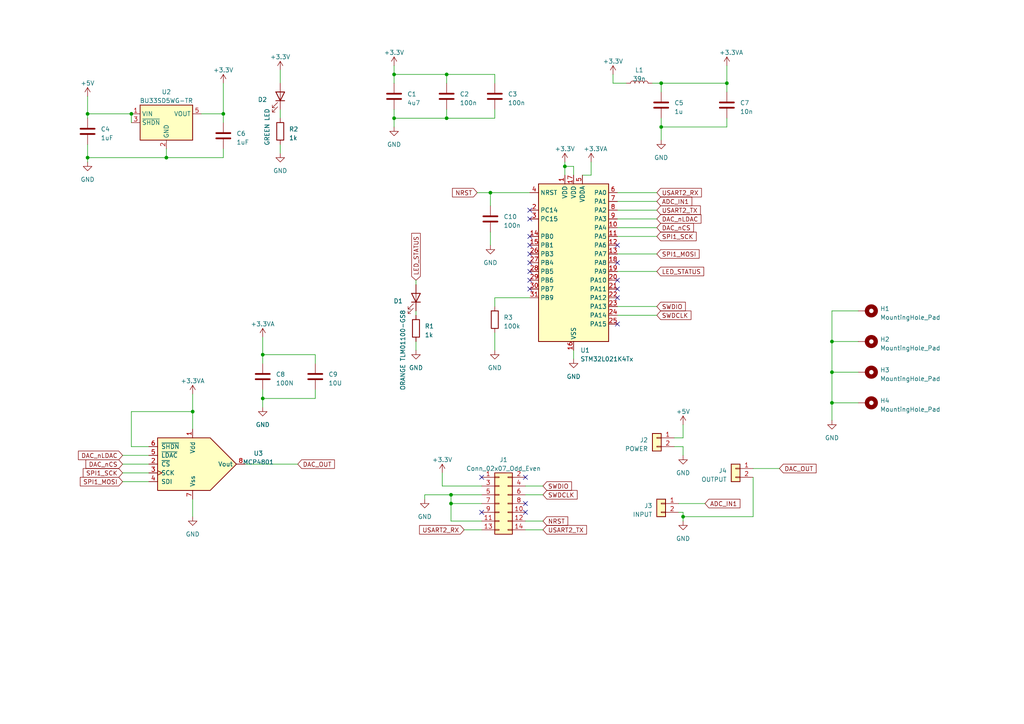
<source format=kicad_sch>
(kicad_sch (version 20230121) (generator eeschema)
  (paper "A4")
  (lib_symbols
    (symbol "Analog_DAC:MCP4801" (pin_names (offset 1.016))
      (property "Reference" "U" (at 1.27 10.795 0))
      (property "Value" "MCP4801" (at 1.27 8.89 0))
      (symbol "MCP4801_0_0"
        (polyline (pts (xy 12.7 0) (xy 5.08 7.62) (xy -10.16 7.62) (xy -10.16 -7.62) (xy 5.08 -7.62) (xy 12.7 0)) (stroke (width 0.254)) (fill (type background)))
      )
      (symbol "MCP4801_1_1"
        (pin power_in line (at 0 10.16 270) (length 2.54) (name "Vdd") (number "1"))
        (pin input line (at -12.7 0 0) (length 2.54) (name "~{CS}") (number "2"))
        (pin input clock (at -12.7 -2.54 0) (length 2.54) (name "SCK") (number "3"))
        (pin input line (at -12.7 -5.08 0) (length 2.54) (name "SDI") (number "4"))
        (pin input line (at -12.7 2.54 0) (length 2.54) (name "~{LDAC}") (number "5"))
        (pin input line (at -12.7 5.08 0) (length 2.54) (name "~{SHDN}") (number "6"))
        (pin power_in line (at 0 -10.16 90) (length 2.54) (name "Vss") (number "7"))
        (pin output line (at 15.24 0 180) (length 2.54) (name "Vout") (number "8"))
      )
    )
    (symbol "Connector_Generic:Conn_01x02" (pin_names (offset 1.016) hide)
      (property "Reference" "J" (at 0 2.54 0))
      (property "Value" "Conn_01x02" (at 0 -5.08 0))
      (symbol "Conn_01x02_1_1"
        (rectangle (start -1.27 -2.413) (end 0 -2.667) (stroke (width 0.1524)))
        (rectangle (start -1.27 0.127) (end 0 -0.127) (stroke (width 0.1524)))
        (rectangle (start -1.27 1.27) (end 1.27 -3.81) (stroke (width 0.254)) (fill (type background)))
        (pin passive line (at -5.08 0 0) (length 3.81) (name "Pin_1") (number "1"))
        (pin passive line (at -5.08 -2.54 0) (length 3.81) (name "Pin_2") (number "2"))
      )
    )
    (symbol "Connector_Generic:Conn_02x07_Odd_Even" (pin_names (offset 1.016) hide)
      (property "Reference" "J" (at 1.27 10.16 0))
      (property "Value" "Conn_02x07_Odd_Even" (at 1.27 -10.16 0))
      (symbol "Conn_02x07_Odd_Even_1_1"
        (rectangle (start -1.27 -7.493) (end 0 -7.747) (stroke (width 0.1524)))
        (rectangle (start -1.27 -4.953) (end 0 -5.207) (stroke (width 0.1524)))
        (rectangle (start -1.27 -2.413) (end 0 -2.667) (stroke (width 0.1524)))
        (rectangle (start -1.27 0.127) (end 0 -0.127) (stroke (width 0.1524)))
        (rectangle (start -1.27 2.667) (end 0 2.413) (stroke (width 0.1524)))
        (rectangle (start -1.27 5.207) (end 0 4.953) (stroke (width 0.1524)))
        (rectangle (start -1.27 7.747) (end 0 7.493) (stroke (width 0.1524)))
        (rectangle (start -1.27 8.89) (end 3.81 -8.89) (stroke (width 0.254)) (fill (type background)))
        (rectangle (start 3.81 -7.493) (end 2.54 -7.747) (stroke (width 0.1524)))
        (rectangle (start 3.81 -4.953) (end 2.54 -5.207) (stroke (width 0.1524)))
        (rectangle (start 3.81 -2.413) (end 2.54 -2.667) (stroke (width 0.1524)))
        (rectangle (start 3.81 0.127) (end 2.54 -0.127) (stroke (width 0.1524)))
        (rectangle (start 3.81 2.667) (end 2.54 2.413) (stroke (width 0.1524)))
        (rectangle (start 3.81 5.207) (end 2.54 4.953) (stroke (width 0.1524)))
        (rectangle (start 3.81 7.747) (end 2.54 7.493) (stroke (width 0.1524)))
        (pin passive line (at -5.08 7.62 0) (length 3.81) (name "Pin_1") (number "1"))
        (pin passive line (at 7.62 -2.54 180) (length 3.81) (name "Pin_10") (number "10"))
        (pin passive line (at -5.08 -5.08 0) (length 3.81) (name "Pin_11") (number "11"))
        (pin passive line (at 7.62 -5.08 180) (length 3.81) (name "Pin_12") (number "12"))
        (pin passive line (at -5.08 -7.62 0) (length 3.81) (name "Pin_13") (number "13"))
        (pin passive line (at 7.62 -7.62 180) (length 3.81) (name "Pin_14") (number "14"))
        (pin passive line (at 7.62 7.62 180) (length 3.81) (name "Pin_2") (number "2"))
        (pin passive line (at -5.08 5.08 0) (length 3.81) (name "Pin_3") (number "3"))
        (pin passive line (at 7.62 5.08 180) (length 3.81) (name "Pin_4") (number "4"))
        (pin passive line (at -5.08 2.54 0) (length 3.81) (name "Pin_5") (number "5"))
        (pin passive line (at 7.62 2.54 180) (length 3.81) (name "Pin_6") (number "6"))
        (pin passive line (at -5.08 0 0) (length 3.81) (name "Pin_7") (number "7"))
        (pin passive line (at 7.62 0 180) (length 3.81) (name "Pin_8") (number "8"))
        (pin passive line (at -5.08 -2.54 0) (length 3.81) (name "Pin_9") (number "9"))
      )
    )
    (symbol "Device:C" (pin_numbers hide) (pin_names (offset 0.254))
      (property "Reference" "C" (at 0.635 2.54 0))
      (property "Value" "C" (at 0.635 -2.54 0))
      (symbol "C_0_1"
        (polyline (pts (xy -2.032 -0.762) (xy 2.032 -0.762)) (stroke (width 0.508)))
        (polyline (pts (xy -2.032 0.762) (xy 2.032 0.762)) (stroke (width 0.508)))
      )
      (symbol "C_1_1"
        (pin passive line (at 0 3.81 270) (length 2.794) (name "~") (number "1"))
        (pin passive line (at 0 -3.81 90) (length 2.794) (name "~") (number "2"))
      )
    )
    (symbol "Device:L" (pin_numbers hide) (pin_names (offset 1.016) hide)
      (property "Reference" "L" (at -1.27 0 90))
      (property "Value" "L" (at 1.905 0 90))
      (symbol "L_0_1"
        (arc (start 0 -2.54) (mid 0.6323 -1.905) (end 0 -1.27))
        (arc (start 0 -1.27) (mid 0.6323 -0.635) (end 0 0))
        (arc (start 0 0) (mid 0.6323 0.635) (end 0 1.27))
        (arc (start 0 1.27) (mid 0.6323 1.905) (end 0 2.54))
      )
      (symbol "L_1_1"
        (pin passive line (at 0 3.81 270) (length 1.27) (name "1") (number "1"))
        (pin passive line (at 0 -3.81 90) (length 1.27) (name "2") (number "2"))
      )
    )
    (symbol "Device:LED" (pin_numbers hide) (pin_names (offset 1.016) hide)
      (property "Reference" "D" (at 0 2.54 0))
      (property "Value" "LED" (at 0 -2.54 0))
      (symbol "LED_0_1"
        (polyline (pts (xy -1.27 -1.27) (xy -1.27 1.27)) (stroke (width 0.254)))
        (polyline (pts (xy -1.27 0) (xy 1.27 0)))
        (polyline (pts (xy 1.27 -1.27) (xy 1.27 1.27) (xy -1.27 0) (xy 1.27 -1.27)) (stroke (width 0.254)))
        (polyline (pts (xy -3.048 -0.762) (xy -4.572 -2.286) (xy -3.81 -2.286) (xy -4.572 -2.286) (xy -4.572 -1.524)))
        (polyline (pts (xy -1.778 -0.762) (xy -3.302 -2.286) (xy -2.54 -2.286) (xy -3.302 -2.286) (xy -3.302 -1.524)))
      )
      (symbol "LED_1_1"
        (pin passive line (at -3.81 0 0) (length 2.54) (name "K") (number "1"))
        (pin passive line (at 3.81 0 180) (length 2.54) (name "A") (number "2"))
      )
    )
    (symbol "Device:R" (pin_numbers hide) (pin_names (offset 0))
      (property "Reference" "R" (at 2.032 0 90))
      (property "Value" "R" (at 0 0 90))
      (symbol "R_0_1"
        (rectangle (start -1.016 -2.54) (end 1.016 2.54) (stroke (width 0.254)))
      )
      (symbol "R_1_1"
        (pin passive line (at 0 3.81 270) (length 1.27) (name "~") (number "1"))
        (pin passive line (at 0 -3.81 90) (length 1.27) (name "~") (number "2"))
      )
    )
    (symbol "MCU_ST_STM32L0:STM32L021K4Tx"
      (property "Reference" "U" (at -10.16 24.13 0))
      (property "Value" "STM32L021K4Tx" (at 5.08 24.13 0))
      (symbol "STM32L021K4Tx_0_1"
        (rectangle (start -10.16 -22.86) (end 10.16 22.86) (stroke (width 0.254)) (fill (type background)))
      )
      (symbol "STM32L021K4Tx_1_1"
        (pin power_in line (at -2.54 25.4 270) (length 2.54) (name "VDD") (number "1"))
        (pin bidirectional line (at 12.7 10.16 180) (length 2.54) (name "PA4") (number "10"))
        (pin bidirectional line (at 12.7 7.62 180) (length 2.54) (name "PA5") (number "11"))
        (pin bidirectional line (at 12.7 5.08 180) (length 2.54) (name "PA6") (number "12"))
        (pin bidirectional line (at 12.7 2.54 180) (length 2.54) (name "PA7") (number "13"))
        (pin bidirectional line (at -12.7 7.62 0) (length 2.54) (name "PB0") (number "14"))
        (pin bidirectional line (at -12.7 5.08 0) (length 2.54) (name "PB1") (number "15"))
        (pin power_in line (at 0 -25.4 90) (length 2.54) (name "VSS") (number "16"))
        (pin power_in line (at 0 25.4 270) (length 2.54) (name "VDD") (number "17"))
        (pin bidirectional line (at 12.7 0 180) (length 2.54) (name "PA8") (number "18"))
        (pin bidirectional line (at 12.7 -2.54 180) (length 2.54) (name "PA9") (number "19"))
        (pin bidirectional line (at -12.7 15.24 0) (length 2.54) (name "PC14") (number "2"))
        (pin bidirectional line (at 12.7 -5.08 180) (length 2.54) (name "PA10") (number "20"))
        (pin bidirectional line (at 12.7 -7.62 180) (length 2.54) (name "PA11") (number "21"))
        (pin bidirectional line (at 12.7 -10.16 180) (length 2.54) (name "PA12") (number "22"))
        (pin bidirectional line (at 12.7 -12.7 180) (length 2.54) (name "PA13") (number "23"))
        (pin bidirectional line (at 12.7 -15.24 180) (length 2.54) (name "PA14") (number "24"))
        (pin bidirectional line (at 12.7 -17.78 180) (length 2.54) (name "PA15") (number "25"))
        (pin bidirectional line (at -12.7 2.54 0) (length 2.54) (name "PB3") (number "26"))
        (pin bidirectional line (at -12.7 0 0) (length 2.54) (name "PB4") (number "27"))
        (pin bidirectional line (at -12.7 -2.54 0) (length 2.54) (name "PB5") (number "28"))
        (pin bidirectional line (at -12.7 -5.08 0) (length 2.54) (name "PB6") (number "29"))
        (pin bidirectional line (at -12.7 12.7 0) (length 2.54) (name "PC15") (number "3"))
        (pin bidirectional line (at -12.7 -7.62 0) (length 2.54) (name "PB7") (number "30"))
        (pin bidirectional line (at -12.7 -10.16 0) (length 2.54) (name "PB9") (number "31"))
        (pin passive line (at 0 -25.4 90) (length 2.54) hide (name "VSS") (number "32"))
        (pin input line (at -12.7 20.32 0) (length 2.54) (name "NRST") (number "4"))
        (pin power_in line (at 2.54 25.4 270) (length 2.54) (name "VDDA") (number "5"))
        (pin bidirectional line (at 12.7 20.32 180) (length 2.54) (name "PA0") (number "6"))
        (pin bidirectional line (at 12.7 17.78 180) (length 2.54) (name "PA1") (number "7"))
        (pin bidirectional line (at 12.7 15.24 180) (length 2.54) (name "PA2") (number "8"))
        (pin bidirectional line (at 12.7 12.7 180) (length 2.54) (name "PA3") (number "9"))
      )
    )
    (symbol "Mechanical:MountingHole_Pad" (pin_numbers hide) (pin_names (offset 1.016) hide)
      (property "Reference" "H" (at 0 6.35 0))
      (property "Value" "MountingHole_Pad" (at 0 4.445 0))
      (symbol "MountingHole_Pad_0_1"
        (circle (center 0 1.27) (radius 1.27) (stroke (width 1.27)))
      )
      (symbol "MountingHole_Pad_1_1"
        (pin input line (at 0 -2.54 90) (length 2.54) (name "1") (number "1"))
      )
    )
    (symbol "Regulator_Linear:MCP1802x-xx02xOT"
      (property "Reference" "U" (at -6.35 6.35 0))
      (property "Value" "MCP1802x-xx02xOT" (at 0 6.35 0))
      (symbol "MCP1802x-xx02xOT_0_1"
        (rectangle (start -7.62 5.08) (end 7.62 -5.08) (stroke (width 0.254)) (fill (type background)))
      )
      (symbol "MCP1802x-xx02xOT_1_1"
        (pin power_in line (at -10.16 2.54 0) (length 2.54) (name "VIN") (number "1"))
        (pin power_in line (at 0 -7.62 90) (length 2.54) (name "GND") (number "2"))
        (pin input line (at -10.16 0 0) (length 2.54) (name "~{SHDN}") (number "3"))
        (pin no_connect line (at 7.62 0 180) (length 2.54) hide (name "NC") (number "4"))
        (pin power_out line (at 10.16 2.54 180) (length 2.54) (name "VOUT") (number "5"))
      )
    )
    (symbol "power:+3.3V" (power) (pin_names (offset 0))
      (property "Value" "+3.3V" (at 0 3.556 0))
      (symbol "+3.3V_0_1"
        (polyline (pts (xy -0.762 1.27) (xy 0 2.54)))
        (polyline (pts (xy 0 0) (xy 0 2.54)))
        (polyline (pts (xy 0 2.54) (xy 0.762 1.27)))
      )
      (symbol "+3.3V_1_1"
        (pin power_in line (at 0 0 90) (length 0) hide (name "+3.3V") (number "1"))
      )
    )
    (symbol "power:+3.3VA" (power) (pin_names (offset 0))
      (property "Value" "+3.3VA" (at 0 3.556 0))
      (symbol "+3.3VA_0_1"
        (polyline (pts (xy -0.762 1.27) (xy 0 2.54)))
        (polyline (pts (xy 0 0) (xy 0 2.54)))
        (polyline (pts (xy 0 2.54) (xy 0.762 1.27)))
      )
      (symbol "+3.3VA_1_1"
        (pin power_in line (at 0 0 90) (length 0) hide (name "+3.3VA") (number "1"))
      )
    )
    (symbol "power:+5V" (power) (pin_names (offset 0))
      (property "Value" "+5V" (at 0 3.556 0))
      (symbol "+5V_0_1"
        (polyline (pts (xy -0.762 1.27) (xy 0 2.54)))
        (polyline (pts (xy 0 0) (xy 0 2.54)))
        (polyline (pts (xy 0 2.54) (xy 0.762 1.27)))
      )
      (symbol "+5V_1_1"
        (pin power_in line (at 0 0 90) (length 0) hide (name "+5V") (number "1"))
      )
    )
    (symbol "power:GND" (power) (pin_names (offset 0))
      (property "Value" "GND" (at 0 -3.81 0))
      (symbol "GND_0_1"
        (polyline (pts (xy 0 0) (xy 0 -1.27) (xy 1.27 -1.27) (xy 0 -2.54) (xy -1.27 -1.27) (xy 0 -1.27)))
      )
      (symbol "GND_1_1"
        (pin power_in line (at 0 0 270) (length 0) hide (name "GND") (number "1"))
      )
    )
  )
  (junction (at 191.77 24.13))
  (junction (at 55.88 119.38))
  (junction (at 142.24 55.88))
  (junction (at 198.12 149.86))
  (junction (at 130.81 143.51))
  (junction (at 25.4 45.72))
  (junction (at 76.2 115.57))
  (junction (at 191.77 36.83))
  (junction (at 129.54 34.29))
  (junction (at 130.81 146.05))
  (junction (at 241.3 99.06))
  (junction (at 210.82 24.13))
  (junction (at 64.77 33.02))
  (junction (at 241.3 107.95))
  (junction (at 38.1 33.02))
  (junction (at 163.83 48.26))
  (junction (at 48.26 45.72))
  (junction (at 25.4 33.02))
  (junction (at 129.54 21.59))
  (junction (at 114.3 34.29))
  (junction (at 241.3 116.84))
  (junction (at 76.2 102.87))
  (junction (at 114.3 21.59))
  (no_connect (at 179.07 93.98))
  (no_connect (at 153.67 73.66))
  (no_connect (at 153.67 60.96))
  (no_connect (at 152.4 146.05))
  (no_connect (at 179.07 76.2))
  (no_connect (at 179.07 86.36))
  (no_connect (at 153.67 76.2))
  (no_connect (at 139.7 138.43))
  (no_connect (at 152.4 138.43))
  (no_connect (at 153.67 81.28))
  (no_connect (at 139.7 148.59))
  (no_connect (at 179.07 81.28))
  (no_connect (at 179.07 71.12))
  (no_connect (at 153.67 78.74))
  (no_connect (at 153.67 63.5))
  (no_connect (at 153.67 71.12))
  (no_connect (at 153.67 83.82))
  (no_connect (at 179.07 83.82))
  (no_connect (at 153.67 68.58))
  (no_connect (at 152.4 148.59))
  (wire (pts (xy 120.65 90.17) (xy 120.65 91.44)))
  (wire (pts (xy 179.07 68.58) (xy 190.5 68.58)))
  (wire (pts (xy 191.77 34.29) (xy 191.77 36.83)))
  (wire (pts (xy 241.3 99.06) (xy 241.3 90.17)))
  (wire (pts (xy 210.82 36.83) (xy 210.82 34.29)))
  (wire (pts (xy 210.82 19.05) (xy 210.82 24.13)))
  (wire (pts (xy 139.7 143.51) (xy 130.81 143.51)))
  (wire (pts (xy 198.12 148.59) (xy 198.12 149.86)))
  (wire (pts (xy 191.77 36.83) (xy 210.82 36.83)))
  (wire (pts (xy 123.19 143.51) (xy 123.19 144.78)))
  (wire (pts (xy 138.43 55.88) (xy 142.24 55.88)))
  (wire (pts (xy 76.2 102.87) (xy 76.2 105.41)))
  (wire (pts (xy 218.44 135.89) (xy 226.06 135.89)))
  (wire (pts (xy 91.44 115.57) (xy 76.2 115.57)))
  (wire (pts (xy 114.3 34.29) (xy 114.3 36.83)))
  (wire (pts (xy 129.54 34.29) (xy 114.3 34.29)))
  (wire (pts (xy 129.54 21.59) (xy 129.54 24.13)))
  (wire (pts (xy 55.88 144.78) (xy 55.88 149.86)))
  (wire (pts (xy 152.4 143.51) (xy 157.48 143.51)))
  (wire (pts (xy 43.18 129.54) (xy 38.1 129.54)))
  (wire (pts (xy 130.81 146.05) (xy 130.81 143.51)))
  (wire (pts (xy 120.65 81.28) (xy 120.65 82.55)))
  (wire (pts (xy 58.42 33.02) (xy 64.77 33.02)))
  (wire (pts (xy 91.44 113.03) (xy 91.44 115.57)))
  (wire (pts (xy 120.65 99.06) (xy 120.65 101.6)))
  (wire (pts (xy 179.07 66.04) (xy 190.5 66.04)))
  (wire (pts (xy 177.8 21.59) (xy 177.8 24.13)))
  (wire (pts (xy 143.51 86.36) (xy 153.67 86.36)))
  (wire (pts (xy 35.56 132.08) (xy 43.18 132.08)))
  (wire (pts (xy 179.07 78.74) (xy 190.5 78.74)))
  (wire (pts (xy 139.7 151.13) (xy 130.81 151.13)))
  (wire (pts (xy 152.4 151.13) (xy 157.48 151.13)))
  (wire (pts (xy 129.54 21.59) (xy 143.51 21.59)))
  (wire (pts (xy 130.81 151.13) (xy 130.81 146.05)))
  (wire (pts (xy 241.3 107.95) (xy 241.3 99.06)))
  (wire (pts (xy 166.37 101.6) (xy 166.37 104.14)))
  (wire (pts (xy 129.54 31.75) (xy 129.54 34.29)))
  (wire (pts (xy 114.3 21.59) (xy 129.54 21.59)))
  (wire (pts (xy 241.3 107.95) (xy 248.92 107.95)))
  (wire (pts (xy 130.81 143.51) (xy 123.19 143.51)))
  (wire (pts (xy 64.77 45.72) (xy 48.26 45.72)))
  (wire (pts (xy 241.3 90.17) (xy 248.92 90.17)))
  (wire (pts (xy 139.7 140.97) (xy 128.27 140.97)))
  (wire (pts (xy 163.83 48.26) (xy 163.83 50.8)))
  (wire (pts (xy 143.51 88.9) (xy 143.51 86.36)))
  (wire (pts (xy 171.45 50.8) (xy 168.91 50.8)))
  (wire (pts (xy 142.24 67.31) (xy 142.24 71.12)))
  (wire (pts (xy 198.12 129.54) (xy 195.58 129.54)))
  (wire (pts (xy 114.3 19.05) (xy 114.3 21.59)))
  (wire (pts (xy 195.58 127) (xy 198.12 127)))
  (wire (pts (xy 114.3 21.59) (xy 114.3 24.13)))
  (wire (pts (xy 76.2 113.03) (xy 76.2 115.57)))
  (wire (pts (xy 25.4 41.91) (xy 25.4 45.72)))
  (wire (pts (xy 128.27 140.97) (xy 128.27 137.16)))
  (wire (pts (xy 25.4 33.02) (xy 25.4 27.94)))
  (wire (pts (xy 81.28 20.32) (xy 81.28 24.13)))
  (wire (pts (xy 166.37 48.26) (xy 163.83 48.26)))
  (wire (pts (xy 191.77 24.13) (xy 191.77 26.67)))
  (wire (pts (xy 25.4 45.72) (xy 25.4 46.99)))
  (wire (pts (xy 179.07 63.5) (xy 190.5 63.5)))
  (wire (pts (xy 134.62 153.67) (xy 139.7 153.67)))
  (wire (pts (xy 179.07 91.44) (xy 190.5 91.44)))
  (wire (pts (xy 196.85 146.05) (xy 204.47 146.05)))
  (wire (pts (xy 139.7 146.05) (xy 130.81 146.05)))
  (wire (pts (xy 218.44 149.86) (xy 198.12 149.86)))
  (wire (pts (xy 48.26 43.18) (xy 48.26 45.72)))
  (wire (pts (xy 196.85 148.59) (xy 198.12 148.59)))
  (wire (pts (xy 166.37 50.8) (xy 166.37 48.26)))
  (wire (pts (xy 189.23 24.13) (xy 191.77 24.13)))
  (wire (pts (xy 81.28 41.91) (xy 81.28 44.45)))
  (wire (pts (xy 35.56 134.62) (xy 43.18 134.62)))
  (wire (pts (xy 142.24 55.88) (xy 153.67 55.88)))
  (wire (pts (xy 64.77 33.02) (xy 64.77 35.56)))
  (wire (pts (xy 241.3 99.06) (xy 248.92 99.06)))
  (wire (pts (xy 143.51 31.75) (xy 143.51 34.29)))
  (wire (pts (xy 241.3 116.84) (xy 241.3 107.95)))
  (wire (pts (xy 198.12 149.86) (xy 198.12 151.13)))
  (wire (pts (xy 191.77 36.83) (xy 191.77 40.64)))
  (wire (pts (xy 76.2 102.87) (xy 91.44 102.87)))
  (wire (pts (xy 38.1 33.02) (xy 38.1 35.56)))
  (wire (pts (xy 191.77 24.13) (xy 210.82 24.13)))
  (wire (pts (xy 38.1 129.54) (xy 38.1 119.38)))
  (wire (pts (xy 64.77 43.18) (xy 64.77 45.72)))
  (wire (pts (xy 177.8 24.13) (xy 181.61 24.13)))
  (wire (pts (xy 179.07 73.66) (xy 190.5 73.66)))
  (wire (pts (xy 179.07 55.88) (xy 190.5 55.88)))
  (wire (pts (xy 210.82 24.13) (xy 210.82 26.67)))
  (wire (pts (xy 38.1 33.02) (xy 25.4 33.02)))
  (wire (pts (xy 248.92 116.84) (xy 241.3 116.84)))
  (wire (pts (xy 81.28 31.75) (xy 81.28 34.29)))
  (wire (pts (xy 179.07 88.9) (xy 190.5 88.9)))
  (wire (pts (xy 218.44 138.43) (xy 218.44 149.86)))
  (wire (pts (xy 91.44 102.87) (xy 91.44 105.41)))
  (wire (pts (xy 179.07 58.42) (xy 190.5 58.42)))
  (wire (pts (xy 55.88 119.38) (xy 55.88 124.46)))
  (wire (pts (xy 241.3 116.84) (xy 241.3 121.92)))
  (wire (pts (xy 64.77 24.13) (xy 64.77 33.02)))
  (wire (pts (xy 142.24 55.88) (xy 142.24 59.69)))
  (wire (pts (xy 198.12 127) (xy 198.12 123.19)))
  (wire (pts (xy 38.1 119.38) (xy 55.88 119.38)))
  (wire (pts (xy 35.56 137.16) (xy 43.18 137.16)))
  (wire (pts (xy 71.12 134.62) (xy 86.36 134.62)))
  (wire (pts (xy 143.51 96.52) (xy 143.51 101.6)))
  (wire (pts (xy 198.12 132.08) (xy 198.12 129.54)))
  (wire (pts (xy 55.88 114.3) (xy 55.88 119.38)))
  (wire (pts (xy 48.26 45.72) (xy 25.4 45.72)))
  (wire (pts (xy 35.56 139.7) (xy 43.18 139.7)))
  (wire (pts (xy 143.51 34.29) (xy 129.54 34.29)))
  (wire (pts (xy 143.51 21.59) (xy 143.51 24.13)))
  (wire (pts (xy 114.3 31.75) (xy 114.3 34.29)))
  (wire (pts (xy 152.4 140.97) (xy 157.48 140.97)))
  (wire (pts (xy 76.2 97.79) (xy 76.2 102.87)))
  (wire (pts (xy 152.4 153.67) (xy 157.48 153.67)))
  (wire (pts (xy 163.83 46.99) (xy 163.83 48.26)))
  (wire (pts (xy 76.2 115.57) (xy 76.2 118.11)))
  (wire (pts (xy 179.07 60.96) (xy 190.5 60.96)))
  (wire (pts (xy 25.4 33.02) (xy 25.4 34.29)))
  (wire (pts (xy 171.45 46.99) (xy 171.45 50.8)))
  (global_label "ADC_IN1" (shape input) (at 190.5 58.42 0) (property "Intersheetrefs" "${INTERSHEET_REFS}" (effects hide)))
  (global_label "SWDIO" (shape input) (at 190.5 88.9 0) (property "Intersheetrefs" "${INTERSHEET_REFS}" (effects hide)))
  (global_label "USART2_RX" (shape input) (at 134.62 153.67 180) (property "Intersheetrefs" "${INTERSHEET_REFS}" (effects hide)))
  (global_label "DAC_nLDAC" (shape input) (at 190.5 63.5 0) (property "Intersheetrefs" "${INTERSHEET_REFS}" (effects hide)))
  (global_label "USART2_RX" (shape input) (at 190.5 55.88 0) (property "Intersheetrefs" "${INTERSHEET_REFS}" (effects hide)))
  (global_label "DAC_nCS" (shape input) (at 35.56 134.62 180) (property "Intersheetrefs" "${INTERSHEET_REFS}" (effects hide)))
  (global_label "SPI1_MOSI" (shape input) (at 190.5 73.66 0) (property "Intersheetrefs" "${INTERSHEET_REFS}" (effects hide)))
  (global_label "ADC_IN1" (shape input) (at 204.47 146.05 0) (property "Intersheetrefs" "${INTERSHEET_REFS}" (effects hide)))
  (global_label "LED_STATUS" (shape input) (at 120.65 81.28 90) (property "Intersheetrefs" "${INTERSHEET_REFS}" (effects hide)))
  (global_label "SWDCLK" (shape input) (at 190.5 91.44 0) (property "Intersheetrefs" "${INTERSHEET_REFS}" (effects hide)))
  (global_label "SPI1_SCK" (shape input) (at 190.5 68.58 0) (property "Intersheetrefs" "${INTERSHEET_REFS}" (effects hide)))
  (global_label "LED_STATUS" (shape input) (at 190.5 78.74 0) (property "Intersheetrefs" "${INTERSHEET_REFS}" (effects hide)))
  (global_label "DAC_nCS" (shape input) (at 190.5 66.04 0) (property "Intersheetrefs" "${INTERSHEET_REFS}" (effects hide)))
  (global_label "USART2_TX" (shape input) (at 157.48 153.67 0) (property "Intersheetrefs" "${INTERSHEET_REFS}" (effects hide)))
  (global_label "SWDIO" (shape input) (at 157.48 140.97 0) (property "Intersheetrefs" "${INTERSHEET_REFS}" (effects hide)))
  (global_label "SPI1_SCK" (shape input) (at 35.56 137.16 180) (property "Intersheetrefs" "${INTERSHEET_REFS}" (effects hide)))
  (global_label "NRST" (shape input) (at 157.48 151.13 0) (property "Intersheetrefs" "${INTERSHEET_REFS}" (effects hide)))
  (global_label "DAC_nLDAC" (shape input) (at 35.56 132.08 180) (property "Intersheetrefs" "${INTERSHEET_REFS}" (effects hide)))
  (global_label "DAC_OUT" (shape input) (at 226.06 135.89 0) (property "Intersheetrefs" "${INTERSHEET_REFS}" (effects hide)))
  (global_label "SWDCLK" (shape input) (at 157.48 143.51 0) (property "Intersheetrefs" "${INTERSHEET_REFS}" (effects hide)))
  (global_label "DAC_OUT" (shape input) (at 86.36 134.62 0) (property "Intersheetrefs" "${INTERSHEET_REFS}" (effects hide)))
  (global_label "NRST" (shape input) (at 138.43 55.88 180) (property "Intersheetrefs" "${INTERSHEET_REFS}" (effects hide)))
  (global_label "SPI1_MOSI" (shape input) (at 35.56 139.7 180) (property "Intersheetrefs" "${INTERSHEET_REFS}" (effects hide)))
  (global_label "USART2_TX" (shape input) (at 190.5 60.96 0) (property "Intersheetrefs" "${INTERSHEET_REFS}" (effects hide)))
  (symbol (lib_id "power:+3.3V") (at 114.3 19.05 0) (unit 1)
    (property "Reference" "#PWR06" (effects hide))
    (property "Value" "+3.3V" (at 114.3 15.24 0))
  )
  (symbol (lib_id "power:+3.3V") (at 163.83 46.99 0) (unit 1)
    (property "Reference" "#PWR01" (effects hide))
    (property "Value" "+3.3V" (at 163.83 43.18 0))
  )
  (symbol (lib_id "Device:C") (at 142.24 63.5 0) (unit 1)
    (property "Reference" "C10" (at 146.05 62.865 0) (effects (justify left)))
    (property "Value" "100n" (at 146.05 65.405 0) (effects (justify left)))
    (property "Footprint" "Capacitor_SMD:C_0805_2012Metric_Pad1.18x1.45mm_HandSolder" (effects hide))
  )
  (symbol (lib_id "Device:R") (at 81.28 38.1 0) (unit 1)
    (property "Reference" "R2" (at 83.82 37.465 0) (effects (justify left)))
    (property "Value" "1k" (at 83.82 40.005 0) (effects (justify left)))
    (property "Footprint" "Resistor_SMD:R_0805_2012Metric_Pad1.20x1.40mm_HandSolder" (effects hide))
  )
  (symbol (lib_id "Device:C") (at 91.44 109.22 0) (unit 1)
    (property "Reference" "C9" (at 95.25 108.585 0) (effects (justify left)))
    (property "Value" "10U" (at 95.25 111.125 0) (effects (justify left)))
    (property "Footprint" "Capacitor_SMD:C_0805_2012Metric_Pad1.18x1.45mm_HandSolder" (effects hide))
  )
  (symbol (lib_id "Mechanical:MountingHole_Pad") (at 251.46 107.95 270) (unit 1)
    (property "Reference" "H3" (at 255.27 107.315 90) (effects (justify left)))
    (property "Value" "MountingHole_Pad" (at 255.27 109.855 90) (effects (justify left)))
    (property "Footprint" "MountingHole:MountingHole_3.2mm_M3_Pad" (effects hide))
  )
  (symbol (lib_id "power:GND") (at 123.19 144.78 0) (unit 1)
    (property "Reference" "#PWR021" (effects hide))
    (property "Value" "GND" (at 123.19 149.86 0))
  )
  (symbol (lib_id "power:+3.3V") (at 128.27 137.16 0) (unit 1)
    (property "Reference" "#PWR022" (effects hide))
    (property "Value" "+3.3V" (at 128.27 133.35 0))
  )
  (symbol (lib_id "power:+5V") (at 198.12 123.19 0) (unit 1)
    (property "Reference" "#PWR023" (effects hide))
    (property "Value" "+5V" (at 198.12 119.38 0))
  )
  (symbol (lib_id "Device:LED") (at 120.65 86.36 270) (mirror x) (unit 1)
    (property "Reference" "D1" (at 116.84 87.3125 90) (effects (justify right)))
    (property "Value" "ORANGE TLM01100-GS8" (at 116.84 89.8525 0) (effects (justify right)))
    (property "Footprint" "LED_SMD:LED_0603_1608Metric_Pad1.05x0.95mm_HandSolder" (effects hide))
  )
  (symbol (lib_id "Device:R") (at 143.51 92.71 0) (unit 1)
    (property "Reference" "R3" (at 146.05 92.075 0) (effects (justify left)))
    (property "Value" "100k" (at 146.05 94.615 0) (effects (justify left)))
    (property "Footprint" "Resistor_SMD:R_0805_2012Metric_Pad1.20x1.40mm_HandSolder" (effects hide))
  )
  (symbol (lib_id "Mechanical:MountingHole_Pad") (at 251.46 116.84 270) (unit 1)
    (property "Reference" "H4" (at 255.27 116.205 90) (effects (justify left)))
    (property "Value" "MountingHole_Pad" (at 255.27 118.745 90) (effects (justify left)))
    (property "Footprint" "MountingHole:MountingHole_3.2mm_M3_Pad" (effects hide))
  )
  (symbol (lib_id "power:+3.3V") (at 177.8 21.59 0) (unit 1)
    (property "Reference" "#PWR08" (effects hide))
    (property "Value" "+3.3V" (at 177.8 17.78 0))
  )
  (symbol (lib_id "power:GND") (at 198.12 132.08 0) (unit 1)
    (property "Reference" "#PWR024" (effects hide))
    (property "Value" "GND" (at 198.12 137.16 0))
  )
  (symbol (lib_id "power:+3.3VA") (at 76.2 97.79 0) (unit 1)
    (property "Reference" "#PWR019" (effects hide))
    (property "Value" "+3.3VA" (at 76.2 93.98 0))
  )
  (symbol (lib_id "Regulator_Linear:MCP1802x-xx02xOT") (at 48.26 35.56 0) (unit 1)
    (property "Reference" "U2" (at 48.26 26.67 0))
    (property "Value" "BU33SD5WG-TR" (at 48.26 29.21 0))
    (property "Footprint" "Package_TO_SOT_SMD:SOT-23-5" (effects hide))
    (property "Datasheet" "http://ww1.microchip.com/downloads/en/DeviceDoc/22053C.pdf" (effects hide))
  )
  (symbol (lib_id "Device:C") (at 191.77 30.48 0) (unit 1)
    (property "Reference" "C5" (at 195.58 29.845 0) (effects (justify left)))
    (property "Value" "1u" (at 195.58 32.385 0) (effects (justify left)))
    (property "Footprint" "Capacitor_SMD:C_0805_2012Metric_Pad1.18x1.45mm_HandSolder" (effects hide))
  )
  (symbol (lib_id "power:GND") (at 120.65 101.6 0) (unit 1)
    (property "Reference" "#PWR05" (effects hide))
    (property "Value" "GND" (at 120.65 106.68 0))
  )
  (symbol (lib_id "Device:C") (at 64.77 39.37 0) (unit 1)
    (property "Reference" "C6" (at 68.58 38.735 0) (effects (justify left)))
    (property "Value" "1uF" (at 68.58 41.275 0) (effects (justify left)))
    (property "Footprint" "Capacitor_SMD:C_0805_2012Metric_Pad1.18x1.45mm_HandSolder" (effects hide))
  )
  (symbol (lib_id "Connector_Generic:Conn_02x07_Odd_Even") (at 144.78 146.05 0) (unit 1)
    (property "Reference" "J1" (at 146.05 133.35 0))
    (property "Value" "Conn_02x07_Odd_Even" (at 146.05 135.89 0))
    (property "Footprint" "Connector_PinHeader_1.27mm:PinHeader_2x07_P1.27mm_Vertical_SMD" (effects hide))
  )
  (symbol (lib_id "power:+3.3VA") (at 171.45 46.99 0) (unit 1)
    (property "Reference" "#PWR02" (effects hide))
    (property "Value" "+3.3VA" (at 172.72 43.18 0))
  )
  (symbol (lib_id "Device:C") (at 143.51 27.94 0) (unit 1)
    (property "Reference" "C3" (at 147.32 27.305 0) (effects (justify left)))
    (property "Value" "100n" (at 147.32 29.845 0) (effects (justify left)))
    (property "Footprint" "Capacitor_SMD:C_0805_2012Metric_Pad1.18x1.45mm_HandSolder" (effects hide))
  )
  (symbol (lib_id "power:+5V") (at 25.4 27.94 0) (unit 1)
    (property "Reference" "#PWR012" (effects hide))
    (property "Value" "+5V" (at 25.4 24.13 0))
  )
  (symbol (lib_id "power:GND") (at 198.12 151.13 0) (unit 1)
    (property "Reference" "#PWR025" (effects hide))
    (property "Value" "GND" (at 198.12 156.21 0))
  )
  (symbol (lib_id "Connector_Generic:Conn_01x02") (at 213.36 135.89 0) (mirror y) (unit 1)
    (property "Reference" "J4" (at 210.82 136.525 0) (effects (justify left)))
    (property "Value" "OUTPUT" (at 210.82 139.065 0) (effects (justify left)))
    (property "Footprint" "Connector_JST:JST_XH_B2B-XH-A_1x02_P2.50mm_Vertical" (effects hide))
  )
  (symbol (lib_id "power:GND") (at 142.24 71.12 0) (unit 1)
    (property "Reference" "#PWR011" (effects hide))
    (property "Value" "GND" (at 142.24 76.2 0))
  )
  (symbol (lib_id "Device:C") (at 76.2 109.22 0) (unit 1)
    (property "Reference" "C8" (at 80.01 108.585 0) (effects (justify left)))
    (property "Value" "100N" (at 80.01 111.125 0) (effects (justify left)))
    (property "Footprint" "Capacitor_SMD:C_0805_2012Metric_Pad1.18x1.45mm_HandSolder" (effects hide))
  )
  (symbol (lib_id "power:+3.3V") (at 64.77 24.13 0) (unit 1)
    (property "Reference" "#PWR014" (effects hide))
    (property "Value" "+3.3V" (at 64.77 20.32 0))
  )
  (symbol (lib_id "Device:C") (at 114.3 27.94 0) (unit 1)
    (property "Reference" "C1" (at 118.11 27.305 0) (effects (justify left)))
    (property "Value" "4u7" (at 118.11 29.845 0) (effects (justify left)))
    (property "Footprint" "Capacitor_SMD:C_0805_2012Metric_Pad1.18x1.45mm_HandSolder" (effects hide))
  )
  (symbol (lib_id "Device:C") (at 210.82 30.48 0) (unit 1)
    (property "Reference" "C7" (at 214.63 29.845 0) (effects (justify left)))
    (property "Value" "10n" (at 214.63 32.385 0) (effects (justify left)))
    (property "Footprint" "Capacitor_SMD:C_0805_2012Metric_Pad1.18x1.45mm_HandSolder" (effects hide))
  )
  (symbol (lib_id "Mechanical:MountingHole_Pad") (at 251.46 90.17 270) (unit 1)
    (property "Reference" "H1" (at 255.27 89.535 90) (effects (justify left)))
    (property "Value" "MountingHole_Pad" (at 255.27 92.075 90) (effects (justify left)))
    (property "Footprint" "MountingHole:MountingHole_3.2mm_M3_Pad" (effects hide))
  )
  (symbol (lib_id "Device:C") (at 25.4 38.1 0) (unit 1)
    (property "Reference" "C4" (at 29.21 37.465 0) (effects (justify left)))
    (property "Value" "1uF" (at 29.21 40.005 0) (effects (justify left)))
    (property "Footprint" "Capacitor_SMD:C_0805_2012Metric_Pad1.18x1.45mm_HandSolder" (effects hide))
  )
  (symbol (lib_id "power:GND") (at 166.37 104.14 0) (unit 1)
    (property "Reference" "#PWR03" (effects hide))
    (property "Value" "GND" (at 166.37 109.22 0))
  )
  (symbol (lib_id "Connector_Generic:Conn_01x02") (at 190.5 127 0) (mirror y) (unit 1)
    (property "Reference" "J2" (at 187.96 127.635 0) (effects (justify left)))
    (property "Value" "POWER" (at 187.96 130.175 0) (effects (justify left)))
    (property "Footprint" "Connector_JST:JST_XH_B2B-XH-A_1x02_P2.50mm_Vertical" (effects hide))
  )
  (symbol (lib_id "Device:L") (at 185.42 24.13 90) (unit 1)
    (property "Reference" "L1" (at 185.42 20.32 90))
    (property "Value" "39n" (at 185.42 22.86 90))
    (property "Footprint" "Inductor_SMD:L_0805_2012Metric_Pad1.05x1.20mm_HandSolder" (effects hide))
  )
  (symbol (lib_id "Device:LED") (at 81.28 27.94 270) (mirror x) (unit 1)
    (property "Reference" "D2" (at 77.47 28.8925 90) (effects (justify right)))
    (property "Value" "GREEN LED" (at 77.47 31.4325 0) (effects (justify right)))
    (property "Footprint" "LED_SMD:LED_0603_1608Metric_Pad1.05x0.95mm_HandSolder" (effects hide))
  )
  (symbol (lib_id "power:+3.3VA") (at 55.88 114.3 0) (unit 1)
    (property "Reference" "#PWR017" (effects hide))
    (property "Value" "+3.3VA" (at 55.88 110.49 0))
  )
  (symbol (lib_id "power:GND") (at 143.51 101.6 0) (unit 1)
    (property "Reference" "#PWR04" (effects hide))
    (property "Value" "GND" (at 143.51 106.68 0))
  )
  (symbol (lib_id "power:GND") (at 241.3 121.92 0) (unit 1)
    (property "Reference" "#PWR026" (effects hide))
    (property "Value" "GND" (at 241.3 127 0))
  )
  (symbol (lib_id "Mechanical:MountingHole_Pad") (at 251.46 99.06 270) (unit 1)
    (property "Reference" "H2" (at 255.27 98.425 90) (effects (justify left)))
    (property "Value" "MountingHole_Pad" (at 255.27 100.965 90) (effects (justify left)))
    (property "Footprint" "MountingHole:MountingHole_3.2mm_M3_Pad" (effects hide))
  )
  (symbol (lib_id "Device:C") (at 129.54 27.94 0) (unit 1)
    (property "Reference" "C2" (at 133.35 27.305 0) (effects (justify left)))
    (property "Value" "100n" (at 133.35 29.845 0) (effects (justify left)))
    (property "Footprint" "Capacitor_SMD:C_0805_2012Metric_Pad1.18x1.45mm_HandSolder" (effects hide))
  )
  (symbol (lib_id "Analog_DAC:MCP4801") (at 55.88 134.62 0) (unit 1)
    (property "Reference" "U3" (at 74.93 131.4959 0))
    (property "Value" "MCP4801" (at 74.93 134.0359 0))
    (property "Footprint" "Package_SO:SOIC-8_3.9x4.9mm_P1.27mm" (effects hide))
    (property "Datasheet" "http://ww1.microchip.com/downloads/en/DeviceDoc/22244B.pdf" (effects hide))
  )
  (symbol (lib_id "MCU_ST_STM32L0:STM32L021K4Tx") (at 166.37 76.2 0) (unit 1)
    (property "Reference" "U1" (at 168.3259 101.6 0) (effects (justify left)))
    (property "Value" "STM32L021K4Tx" (at 168.3259 104.14 0) (effects (justify left)))
    (property "Footprint" "Package_QFP:LQFP-32_7x7mm_P0.8mm" (effects hide))
    (property "Datasheet" "https://www.st.com/resource/en/datasheet/stm32l021k4.pdf" (effects hide))
  )
  (symbol (lib_id "power:GND") (at 76.2 118.11 0) (unit 1)
    (property "Reference" "#PWR020" (effects hide))
    (property "Value" "GND" (at 76.2 123.19 0))
  )
  (symbol (lib_id "power:GND") (at 25.4 46.99 0) (unit 1)
    (property "Reference" "#PWR013" (effects hide))
    (property "Value" "GND" (at 25.4 52.07 0))
  )
  (symbol (lib_id "power:GND") (at 81.28 44.45 0) (unit 1)
    (property "Reference" "#PWR015" (effects hide))
    (property "Value" "GND" (at 81.28 49.53 0))
  )
  (symbol (lib_id "power:GND") (at 191.77 40.64 0) (unit 1)
    (property "Reference" "#PWR010" (effects hide))
    (property "Value" "GND" (at 191.77 45.72 0))
  )
  (symbol (lib_id "power:+3.3VA") (at 210.82 19.05 0) (unit 1)
    (property "Reference" "#PWR09" (effects hide))
    (property "Value" "+3.3VA" (at 212.09 15.24 0))
  )
  (symbol (lib_id "power:GND") (at 55.88 149.86 0) (unit 1)
    (property "Reference" "#PWR018" (effects hide))
    (property "Value" "GND" (at 55.88 154.94 0))
  )
  (symbol (lib_id "Device:R") (at 120.65 95.25 0) (unit 1)
    (property "Reference" "R1" (at 123.19 94.615 0) (effects (justify left)))
    (property "Value" "1k" (at 123.19 97.155 0) (effects (justify left)))
    (property "Footprint" "Resistor_SMD:R_0805_2012Metric_Pad1.20x1.40mm_HandSolder" (effects hide))
  )
  (symbol (lib_id "power:+3.3V") (at 81.28 20.32 0) (unit 1)
    (property "Reference" "#PWR016" (effects hide))
    (property "Value" "+3.3V" (at 81.28 16.51 0))
  )
  (symbol (lib_id "Connector_Generic:Conn_01x02") (at 191.77 146.05 0) (mirror y) (unit 1)
    (property "Reference" "J3" (at 189.23 146.685 0) (effects (justify left)))
    (property "Value" "INPUT" (at 189.23 149.225 0) (effects (justify left)))
    (property "Footprint" "Connector_JST:JST_XH_B2B-XH-A_1x02_P2.50mm_Vertical" (effects hide))
  )
  (symbol (lib_id "power:GND") (at 114.3 36.83 0) (unit 1)
    (property "Reference" "#PWR07" (effects hide))
    (property "Value" "GND" (at 114.3 41.91 0))
  )
)
</source>
